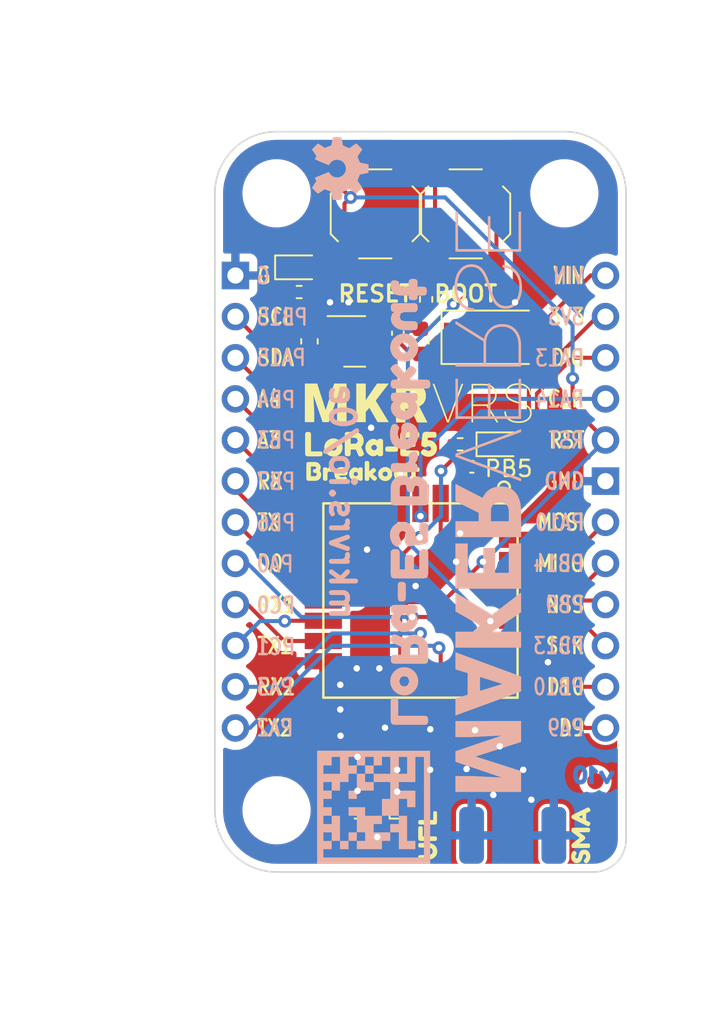
<source format=kicad_pcb>
(kicad_pcb (version 20211014) (generator pcbnew)
  (layers (0 "F.Cu" signal) (31 "B.Cu" signal) (34 "B.Paste" user) (35 "F.Paste" user) (36 "B.SilkS" user "B.Silkscreen") (37 "F.SilkS" user "F.Silkscreen") (38 "B.Mask" user) (39 "F.Mask" user) (44 "Edge.Cuts" user))
  (net 0 "")
  (net 1 "/RF")
  (net 2 "GND")
  (net 3 "Net-(C1-Pad1)")
  (net 4 "+3V3")
  (net 5 "Net-(D1-Pad2)")
  (net 6 "Net-(D2-Pad1)")
  (net 7 "+5V")
  (net 8 "/PB15{slash}SCL")
  (net 9 "/PA15{slash}SDA")
  (net 10 "/PB4{slash}A4")
  (net 11 "/PB3{slash}A3")
  (net 12 "/PB7{slash}RX")
  (net 13 "/PB6{slash}TX")
  (net 14 "/PA0{slash}D0")
  (net 15 "/PC0{slash}RX1")
  (net 16 "/PC1{slash}TX1")
  (net 17 "/PA3{slash}RX2")
  (net 18 "/PA2{slash}TX2")
  (net 19 "/PB5{slash}LED")
  (net 20 "Net-(R3-Pad1)")
  (net 21 "/PB13{slash}BOOT{slash}SCK")
  (net 22 "/~{RST}")
  (net 23 "/PA14{slash}SWCLK")
  (net 24 "/PA13{slash}SWDIO")
  (net 25 "/PB10{slash}D10")
  (net 26 "/PA9{slash}D9")
  (net 27 "/PB9")
  (net 28 "/PB14{slash}MISO")
  (net 29 "/PA10{slash}MOSI")
  (net 31 "/RF_UFL")
  (net 32 "/RF_SMA")
  (footprint "Resistor_SMD:R_0402_1005Metric" (layer "F.Cu") (at 128.625 82.558 -90)
    (fp_text reference "R3" hide)
    (fp_text value "4k7")
    (pad "1" smd roundrect (at -0.51 0 270) (size 0.54 0.64) (layers "F.Cu" "F.Paste" "F.Mask") (net 20 "Net-(R3-Pad1)"))
    (pad "2" smd roundrect (at 0.51 0 270) (size 0.54 0.64) (layers "F.Cu" "F.Paste" "F.Mask") (net 2 "GND"))
  )
  (footprint "LED_SMD:LED_0603_1608Metric" (layer "F.Cu") (at 133.225 91.508)
    (fp_text reference "D2" hide)
    (fp_text value "LED")
    (pad "1" smd roundrect (at -0.7875 0) (size 0.875 0.95) (layers "F.Cu" "F.Paste" "F.Mask") (net 6 "Net-(D2-Pad1)"))
    (pad "2" smd roundrect (at 0.7875 0) (size 0.875 0.95) (layers "F.Cu" "F.Paste" "F.Mask") (net 4 "+3V3"))
  )
  (footprint "CoreElectronics_Components:Jumper_Resistor_SPDT_0603_1608Metric" (layer "F.Cu") (at 125.6 111.108 -90)
    (fp_text reference "R4" hide)
    (fp_text value "0R")
    (pad "1" smd roundrect (at 0.825 0 270) (size 0.8 0.95) (layers "F.Cu" "F.Paste" "F.Mask") (net 31 "/RF_UFL"))
    (pad "2" smd roundrect (at -0.825 0 270) (size 0.95 0.95) (layers "F.Cu" "F.Paste" "F.Mask") (net 1 "/RF"))
    (pad "3" smd roundrect (at -0.825 -1.65) (size 0.8 0.95) (layers "F.Cu" "F.Paste" "F.Mask") (net 32 "/RF_SMA"))
  )
  (footprint "Resistor_SMD:R_0402_1005Metric" (layer "F.Cu") (at 120.782 82.104 180)
    (fp_text reference "R1" hide)
    (fp_text value "10k")
    (pad "1" smd roundrect (at -0.51 0 180) (size 0.54 0.64) (layers "F.Cu" "F.Paste" "F.Mask") (net 5 "Net-(D1-Pad2)"))
    (pad "2" smd roundrect (at 0.51 0 180) (size 0.54 0.64) (layers "F.Cu" "F.Paste" "F.Mask") (net 4 "+3V3"))
  )
  (footprint "Fiducial:Fiducial_1mm_Mask2mm" (layer "F.Cu") (at 139.075 112.308)
    (fp_text reference "FID1" hide)
    (fp_text value "Fiducial")
    (pad "" smd circle (at 0 0) (size 1 1) (layers "F.Cu" "F.Mask") (clearance 0.5))
  )
  (footprint "Package_TO_SOT_SMD:SOT-23" (layer "F.Cu") (at 124.211 85.152)
    (fp_text reference "U2" hide)
    (fp_text value "3V3 LDO - SOT23")
    (pad "1" smd roundrect (at -0.9375 -0.95) (size 1.475 0.6) (layers "F.Cu" "F.Paste" "F.Mask") (net 2 "GND"))
    (pad "2" smd roundrect (at -0.9375 0.95) (size 1.475 0.6) (layers "F.Cu" "F.Paste" "F.Mask") (net 4 "+3V3"))
    (pad "3" smd roundrect (at 0.9375 0) (size 1.475 0.6) (layers "F.Cu" "F.Paste" "F.Mask") (net 3 "Net-(C1-Pad1)"))
  )
  (footprint "Capacitor_SMD:C_0402_1005Metric" (layer "F.Cu") (at 126.878 84.644 90)
    (fp_text reference "C2" hide)
    (fp_text value "100n")
    (pad "1" smd roundrect (at -0.48 0 90) (size 0.56 0.62) (layers "F.Cu" "F.Paste" "F.Mask") (net 3 "Net-(C1-Pad1)"))
    (pad "2" smd roundrect (at 0.48 0 90) (size 0.56 0.62) (layers "F.Cu" "F.Paste" "F.Mask") (net 2 "GND"))
  )
  (footprint "MountingHole:MountingHole_3.2mm_M3" (layer "F.Cu") (at 119.385 114.108)
    (fp_text reference "H3" hide)
    (fp_text value "MountingHole")
    (pad "" np_thru_hole circle (at 0 0) (size 3.2 3.2) (drill 3.2) (layers *.Cu *.Mask))
  )
  (footprint "kibuzzard-639FDA33" (layer "F.Cu") (at 138.175 115.658 90)
    (fp_text reference "kibuzzard-639FDA33" hide)
    (fp_text value "G***" hide)
  )
  (footprint "MountingHole:MountingHole_3.2mm_M3" (layer "F.Cu") (at 119.385 76.008)
    (fp_text reference "H4" hide)
    (fp_text value "MountingHole")
    (pad "" np_thru_hole circle (at 0 0) (size 3.2 3.2) (drill 3.2) (layers *.Cu *.Mask))
  )
  (footprint "Capacitor_SMD:C_0603_1608Metric" (layer "F.Cu") (at 121.417 85.152 90)
    (fp_text reference "C3" hide)
    (fp_text value "10u")
    (pad "1" smd roundrect (at -0.775 0 90) (size 0.9 0.95) (layers "F.Cu" "F.Paste" "F.Mask") (net 4 "+3V3"))
    (pad "2" smd roundrect (at 0.775 0 90) (size 0.9 0.95) (layers "F.Cu" "F.Paste" "F.Mask") (net 2 "GND"))
  )
  (footprint "LoRa-E5:LoRa-E5" (layer "F.Cu") (at 128.275 101.154 -90)
    (fp_text reference "U1" hide)
    (fp_text value "LoRa-E5")
    (pad "1" smd rect locked (at -6 -3.75) (size 1 2.3) (layers "F.Cu" "F.Paste" "F.Mask") (net 4 "+3V3"))
    (pad "2" smd rect locked (at -6 -2.5) (size 1 2.3) (layers "F.Cu" "F.Paste" "F.Mask") (net 2 "GND"))
    (pad "3" smd rect locked (at -6 -1.25) (size 1 2.3) (layers "F.Cu" "F.Paste" "F.Mask") (net 24 "/PA13{slash}SWDIO"))
    (pad "4" smd rect locked (at -6 0) (size 1 2.3) (layers "F.Cu" "F.Paste" "F.Mask") (net 23 "/PA14{slash}SWCLK"))
    (pad "5" smd rect locked (at -6 1.25) (size 1 2.3) (layers "F.Cu" "F.Paste" "F.Mask") (net 8 "/PB15{slash}SCL"))
    (pad "6" smd rect locked (at -6 2.5) (size 1 2.3) (layers "F.Cu" "F.Paste" "F.Mask") (net 9 "/PA15{slash}SDA"))
    (pad "7" smd rect locked (at -6 3.75) (size 1 2.3) (layers "F.Cu" "F.Paste" "F.Mask") (net 10 "/PB4{slash}A4"))
    (pad "8" smd rect locked (at -3.75 6 90) (size 1 2.3) (layers "F.Cu" "F.Paste" "F.Mask") (net 11 "/PB3{slash}A3"))
    (pad "9" smd rect locked (at -2.5 6 90) (size 1 2.3) (layers "F.Cu" "F.Paste" "F.Mask") (net 12 "/PB7{slash}RX"))
    (pad "10" smd rect locked (at -1.25 6 90) (size 1 2.3) (layers "F.Cu" "F.Paste" "F.Mask") (net 13 "/PB6{slash}TX"))
    (pad "11" smd rect locked (at 0 6 90) (size 1 2.3) (layers "F.Cu" "F.Paste" "F.Mask") (net 19 "/PB5{slash}LED"))
    (pad "12" smd rect locked (at 1.25 6 90) (size 1 2.3) (layers "F.Cu" "F.Paste" "F.Mask") (net 16 "/PC1{slash}TX1"))
    (pad "13" smd rect locked (at 2.5 6 90) (size 1 2.3) (layers "F.Cu" "F.Paste" "F.Mask") (net 15 "/PC0{slash}RX1"))
    (pad "14" smd rect locked (at 3.75 6 90) (size 1 2.3) (layers "F.Cu" "F.Paste" "F.Mask") (net 2 "GND"))
    (pad "15" smd rect locked (at 6 3.75 180) (size 1 2.3) (layers "F.Cu" "F.Paste" "F.Mask") (net 1 "/RF") (clearance 0.2) (thermal_gap 0.2))
    (pad "16" smd rect locked (at 6 2.5 180) (size 1 2.3) (layers "F.Cu" "F.Paste" "F.Mask") (net 2 "GND") (thermal_gap 0.2))
    (pad "17" smd rect locked (at 6 1.25 180) (size 1 2.3) (layers "F.Cu" "F.Paste" "F.Mask") (net 22 "/~{RST}"))
    (pad "18" smd rect locked (at 6 0 180) (size 1 2.3) (layers "F.Cu" "F.Paste" "F.Mask") (net 17 "/PA3{slash}RX2"))
    (pad "19" smd rect locked (at 6 -1.25 180) (size 1 2.3) (layers "F.Cu" "F.Paste" "F.Mask") (net 18 "/PA2{slash}TX2"))
    (pad "20" smd rect locked (at 6 -2.5 180) (size 1 2.3) (layers "F.Cu" "F.Paste" "F.Mask") (net 25 "/PB10{slash}D10"))
    (pad "21" smd rect locked (at 6 -3.75 180) (size 1 2.3) (layers "F.Cu" "F.Paste" "F.Mask") (net 26 "/PA9{slash}D9"))
    (pad "22" smd rect locked (at 3.75 -6 270) (size 1 2.3) (layers "F.Cu" "F.Paste" "F.Mask") (net 2 "GND"))
    (pad "23" smd rect locked (at 2.5 -6 270) (size 1 2.3) (layers "F.Cu" "F.Paste" "F.Mask") (net 14 "/PA0{slash}D0"))
    (pad "24" smd rect locked (at 1.25 -6 270) (size 1 2.3) (layers "F.Cu" "F.Paste" "F.Mask") (net 21 "/PB13{slash}BOOT{slash}SCK"))
    (pad "25" smd rect locked (at 0 -6 270) (size 1 2.3) (layers "F.Cu" "F.Paste" "F.Mask") (net 27 "/PB9"))
    (pad "26" smd rect locked (at -1.25 -6 270) (size 1 2.3) (layers "F.Cu" "F.Paste" "F.Mask") (net 28 "/PB14{slash}MISO"))
    (pad "27" smd rect locked (at -2.5 -6 270) (size 1 2.3) (layers "F.Cu" "F.Paste" "F.Mask") (net 29 "/PA10{slash}MOSI"))
    (pad "28" smd rect locked (at -3.75 -6 270) (size 1 2.3) (layers "F.Cu" "F.Paste" "F.Mask"))
  )
  (footprint "kibuzzard-635B4E81" (layer "F.Cu") (at 125.225 91.508)
    (fp_text reference "kibuzzard-635B4E81" hide)
    (fp_text value "G***" hide)
  )
  (footprint "MountingHole:MountingHole_3.2mm_M3" (layer "F.Cu") (at 137.165 76.008)
    (fp_text reference "H1" hide)
    (fp_text value "MountingHole")
    (pad "" np_thru_hole circle (at 0 0) (size 3.2 3.2) (drill 3.2) (layers *.Cu *.Mask))
  )
  (footprint "Connector_Coaxial:U.FL_Hirose_U.FL-R-SMT-1_Vertical" (layer "F.Cu") (at 125.608 115.505 -90)
    (fp_text reference "AE1" hide)
    (fp_text value "UFL")
    (pad "1" smd rect (at -1.05 0 270) (size 1.05 1) (layers "F.Cu" "F.Paste" "F.Mask") (net 31 "/RF_UFL") (thermal_gap 0.2))
    (pad "2" smd rect (at 0.475 1.475 270) (size 2.2 1.05) (layers "F.Cu" "F.Paste" "F.Mask") (net 2 "GND") (thermal_gap 0.2))
    (pad "2" smd rect (at 0.475 -1.475 270) (size 2.2 1.05) (layers "F.Cu" "F.Paste" "F.Mask") (net 2 "GND") (thermal_gap 0.2))
  )
  (footprint "Resistor_SMD:R_0402_1005Metric" (layer "F.Cu") (at 130.725 91.508 180)
    (fp_text reference "R2" hide)
    (fp_text value "10k")
    (pad "1" smd roundrect (at -0.51 0 180) (size 0.54 0.64) (layers "F.Cu" "F.Paste" "F.Mask") (net 6 "Net-(D2-Pad1)"))
    (pad "2" smd roundrect (at 0.51 0 180) (size 0.54 0.64) (layers "F.Cu" "F.Paste" "F.Mask") (net 19 "/PB5{slash}LED"))
  )
  (footprint "Button_Switch_SMD:SW_SPST_TL3342" (layer "F.Cu") (at 125.481 77.278 90)
    (fp_text reference "SW2" hide)
    (fp_text value "RESET")
    (pad "1" smd rect (at -3.15 -1.9 90) (size 1.7 1) (layers "F.Cu" "F.Paste" "F.Mask") (net 22 "/~{RST}"))
    (pad "1" smd rect (at 3.15 -1.9 90) (size 1.7 1) (layers "F.Cu" "F.Paste" "F.Mask") (net 22 "/~{RST}"))
    (pad "2" smd rect (at 3.15 1.9 90) (size 1.7 1) (layers "F.Cu" "F.Paste" "F.Mask") (net 2 "GND"))
    (pad "2" smd rect (at -3.15 1.9 90) (size 1.7 1) (layers "F.Cu" "F.Paste" "F.Mask") (net 2 "GND"))
  )
  (footprint "kibuzzard-639FDA51" (layer "F.Cu") (at 128.725 115.658 90)
    (fp_text reference "kibuzzard-639FDA51" hide)
    (fp_text value "G***" hide)
  )
  (footprint "Capacitor_SMD:C_0603_1608Metric" (layer "F.Cu") (at 128.275 85.152 90)
    (fp_text reference "C1" hide)
    (fp_text value "10u")
    (pad "1" smd roundrect (at -0.775 0 90) (size 0.9 0.95) (layers "F.Cu" "F.Paste" "F.Mask") (net 3 "Net-(C1-Pad1)"))
    (pad "2" smd roundrect (at 0.775 0 90) (size 0.9 0.95) (layers "F.Cu" "F.Paste" "F.Mask") (net 2 "GND"))
  )
  (footprint "Button_Switch_SMD:SW_SPST_TL3342" (layer "F.Cu") (at 131.069 77.278 -90)
    (fp_text reference "SW1" hide)
    (fp_text value "BOOT")
    (pad "1" smd rect (at -3.15 -1.9 270) (size 1.7 1) (layers "F.Cu" "F.Paste" "F.Mask") (net 21 "/PB13{slash}BOOT{slash}SCK"))
    (pad "1" smd rect (at 3.15 -1.9 270) (size 1.7 1) (layers "F.Cu" "F.Paste" "F.Mask") (net 21 "/PB13{slash}BOOT{slash}SCK"))
    (pad "2" smd rect (at 3.15 1.9 270) (size 1.7 1) (layers "F.Cu" "F.Paste" "F.Mask") (net 20 "Net-(R3-Pad1)"))
    (pad "2" smd rect (at -3.15 1.9 270) (size 1.7 1) (layers "F.Cu" "F.Paste" "F.Mask") (net 20 "Net-(R3-Pad1)"))
  )
  (footprint "Fiducial:Fiducial_1mm_Mask2mm" (layer "F.Cu") (at 125.735 78.04)
    (fp_text reference "FID2" hide)
    (fp_text value "Fiducial")
    (pad "" smd circle (at 0 0) (size 1 1) (layers "F.Cu" "F.Mask") (clearance 0.5))
  )
  (footprint "CoreElectronics_Artwork:makerverse_logo_short_14.0x2.4mm" (layer "F.Cu") (at 128.140309 88.962)
    (fp_text reference "G1" hide)
    (fp_text value "LOGO_Makerverse" hide)
  )
  (footprint "Capacitor_SMD:C_0402_1005Metric" (layer "F.Cu") (at 131.45 92.899 180)
    (fp_text reference "C4" hide)
    (fp_text value "100n")
    (pad "1" smd roundrect (at -0.48 0 180) (size 0.56 0.62) (layers "F.Cu" "F.Paste" "F.Mask") (net 4 "+3V3"))
    (pad "2" smd roundrect (at 0.48 0 180) (size 0.56 0.62) (layers "F.Cu" "F.Paste" "F.Mask") (net 2 "GND"))
  )
  (footprint "kibuzzard-635B4E71" (layer "F.Cu") (at 124.725 93.159)
    (fp_text reference "kibuzzard-635B4E71" hide)
    (fp_text value "G***" hide)
  )
  (footprint "Diode_SMD:D_SMA" (layer "F.Cu") (at 132.974 84.898)
    (fp_text reference "D3" hide)
    (fp_text value "D_Schottky")
    (pad "1" smd rect (at -2 0) (size 2.5 1.8) (layers "F.Cu" "F.Paste" "F.Mask") (net 3 "Net-(C1-Pad1)"))
    (pad "2" smd rect (at 2 0) (size 2.5 1.8) (layers "F.Cu" "F.Paste" "F.Mask") (net 7 "+5V"))
  )
  (footprint "LED_SMD:LED_0603_1608Metric" (layer "F.Cu") (at 120.782 80.58)
    (fp_text reference "D1" hide)
    (fp_text value "PWR")
    (pad "1" smd roundrect (at -0.7875 0) (size 0.875 0.95) (layers "F.Cu" "F.Paste" "F.Mask") (net 2 "GND"))
    (pad "2" smd roundrect (at 0.7875 0) (size 0.875 0.95) (layers "F.Cu" "F.Paste" "F.Mask") (net 5 "Net-(D1-Pad2)"))
  )
  (footprint "CoreElectronics_Components:Conn_RF_SMA_EdgeMount" (layer "F.Cu") (at 133.975 115.658 90)
    (fp_text reference "AE2" hide)
    (fp_text value "SMA")
    (pad "1" smd roundrect (at 0 0 90) (size 3.5 1.524) (layers "F.Cu" "F.Mask") (net 32 "/RF_SMA"))
    (pad "2" smd roundrect (at 0 -2.54 90) (size 3.5 1.524) (layers "F.Cu" "F.Mask") (net 2 "GND"))
    (pad "2" smd roundrect (at 0 2.54 90) (size 3.5 1.524) (layers "B.Cu" "B.Mask") (net 2 "GND"))
    (pad "2" smd roundrect (at 0 -2.54 90) (size 3.5 1.524) (layers "B.Cu" "B.Mask") (net 2 "GND"))
    (pad "2" smd roundrect (at 0 2.54 90) (size 3.5 1.524) (layers "F.Cu" "F.Mask") (net 2 "GND"))
  )
  (footprint "kibuzzard-635A0587" (layer "B.Cu") (at 127.64 95.058 90)
    (fp_text reference "kibuzzard-635A0587" hide)
    (fp_text value "G***" hide)
  )
  (footprint "Connector_PinHeader_2.54mm:PinHeader_1x12_P2.54mm_Vertical" (layer "B.Cu") (at 139.705 81.083 180)
    (fp_text reference "J2" hide)
    (fp_text value "Conn_01x12_Male")
    (pad "1" thru_hole circle (at 0 0 180) (size 1.7 1.7) (drill 1) (layers *.Cu *.Mask) (net 7 "+5V"))
    (pad "2" thru_hole oval (at 0 -2.54 180) (size 1.7 1.7) (drill 1) (layers *.Cu *.Mask) (net 4 "+3V3"))
    (pad "3" thru_hole oval (at 0 -5.08 180) (size 1.7 1.7) (drill 1) (layers *.Cu *.Mask) (net 24 "/PA13{slash}SWDIO"))
    (pad "4" thru_hole oval (at 0 -7.62 180) (size 1.7 1.7) (drill 1) (layers *.Cu *.Mask) (net 23 "/PA14{slash}SWCLK"))
    (pad "5" thru_hole oval (at 0 -10.16 180) (size 1.7 1.7) (drill 1) (layers *.Cu *.Mask) (net 22 "/~{RST}"))
    (pad "6" thru_hole rect (at 0 -12.7 180) (size 1.7 1.7) (drill 1) (layers *.Cu *.Mask) (net 2 "GND"))
    (pad "7" thru_hole oval (at 0 -15.24 180) (size 1.7 1.7) (drill 1) (layers *.Cu *.Mask) (net 29 "/PA10{slash}MOSI"))
    (pad "8" thru_hole oval (at 0 -17.78 180) (size 1.7 1.7) (drill 1) (layers *.Cu *.Mask) (net 28 "/PB14{slash}MISO"))
    (pad "9" thru_hole oval (at 0 -20.32 180) (size 1.7 1.7) (drill 1) (layers *.Cu *.Mask) (net 27 "/PB9"))
    (pad "10" thru_hole oval (at 0 -22.86 180) (size 1.7 1.7) (drill 1) (layers *.Cu *.Mask) (net 21 "/PB13{slash}BOOT{slash}SCK"))
    (pad "11" thru_hole oval (at 0 -25.4 180) (size 1.7 1.7) (drill 1) (layers *.Cu *.Mask) (net 25 "/PB10{slash}D10"))
    (pad "12" thru_hole oval (at 0 -27.94 180) (size 1.7 1.7) (drill 1) (layers *.Cu *.Mask) (net 26 "/PA9{slash}D9"))
  )
  (footprint "kibuzzard-63AE194F" (layer "B.Cu") (at 138.985 111.918 180)
    (fp_text reference "kibuzzard-63AE194F" hide)
    (fp_text value "G***" hide)
    (fp_poly (pts (xy 0.054769 0.544513) (xy 0.144463 0.585787) (xy 0.219869 0.57785) (xy 0.261144 0.559594) (xy 0.283369 0.525463) (xy 0.291306 0.441325) (xy 0.291306 -0.442913) (xy 0.288925 -0.497681) (xy 0.273844 -0.53975) (xy 0.231775 -0.571897) (xy 0.150019 -0.582613) (xy 0.070247 -0.572294) (xy 0.027781 -0.541338) (xy 0.0127 -0.497681) (xy 0.010319 -0.439738) (xy 0.010319 0.127) (xy -0.010319 0.10795) (xy -0.121444 0.058737) (xy -0.217488 0.1143) (xy -0.267494 0.212725) (xy -0.210344 0.306387) (xy 0.050006 0.541337) (xy 0.054769 0.544513)) (layer "B.Cu") (width 0) (fill solid))
    (fp_poly (pts (xy -0.397669 0.238125) (xy -0.335756 0.187325) (xy -0.315119 0.13335) (xy -0.346869 0.046037) (xy -0.675481 -0.517525) (xy -0.726281 -0.565944) (xy -0.795338 -0.587375) (xy -0.860425 -0.570706) (xy -0.904081 -0.536575) (xy -0.918369 -0.519113) (xy -1.248569 0.046037) (xy -1.280319 0.131762) (xy -1.259681 0.186928) (xy -1.197769 0.238125) (xy -1.102519 0.27305) (xy -1.04775 0.251619) (xy -1.005681 0.187325) (xy -0.797719 -0.212725) (xy -0.589756 0.187325) (xy -0.563563 0.230981) (xy -0.535781 0.257969) (xy -0.484981 0.271462) (xy -0.397669 0.238125)) (layer "B.Cu") (width 0) (fill solid))
    (fp_poly (pts (xy 1.232694 0.303212) (xy 1.259152 0.206022) (xy 1.275027 0.104951) (xy 1.280319 0) (xy 1.27258 -0.136227) (xy 1.249363 -0.257572) (xy 1.210667 -0.364034) (xy 1.156494 -0.455613) (xy 1.101527 -0.513556) (xy 1.0287 -0.560388) (xy 0.940395 -0.591344) (xy 0.838994 -0.601663) (xy 0.835819 -0.601334) (xy 0.835819 -0.319088) (xy 0.907355 -0.299641) (xy 0.958453 -0.2413) (xy 0.989112 -0.144066) (xy 0.999331 -0.007938) (xy 0.999331 0.001587) (xy 0.989211 0.141188) (xy 0.95885 0.240903) (xy 0.908248 0.300732) (xy 0.837406 0.320675) (xy 0.766564 0.300682) (xy 0.715962 0.240705) (xy 0.685602 0.140742) (xy 0.675481 0.000794) (xy 0.685502 -0.139154) (xy 0.715566 -0.239117) (xy 0.765671 -0.299095) (xy 0.835819 -0.319088) (xy 0.835819 -0.601334) (xy 0.737195 -0.591145) (xy 0.6477 -0.559594) (xy 0.573484 -0.512564) (xy 0.517525 -0.455613) (xy 0.474861 -0.387747) (xy 0.440531 -0.307975) (xy 0.414955 -0.212901) (xy 0.399609 -0.109714) (xy 0.394494 0.001587) (xy 0.398639 0.102306) (xy 0.411074 0.192793) (xy 0.4318 0.27305) (xy 0.471289 0.373658) (xy 0.515144 0.450056) (xy 0.570508 0.509191) (xy 0.644525 0.558006) (xy 0.734417 0.590748) (xy 0.837406 0.601663) (xy 0.939998 0.590947) (xy 1.0287 0.5588) (xy 1.101725 0.510778) (xy 1.157288 0.452437) (xy 1.199555 0.383381) (xy 1.232694 0.303212)) (layer "B.Cu") (width 0) (fill solid))
  )
  (footprint "CoreElectronics_Artwork:makerverse_logo_35.8x4.2mm" (layer "B.Cu") (at 132.466 95.058063 90)
    (fp_text reference "G2" hide)
    (fp_text value "LOGO_CoreElectronics_made-with-love" hide)
  )
  (footprint "datamatrix:CE09196" (layer "B.Cu") (at 125.385 113.918 180)
    (fp_text reference "G***" hide)
    (fp_text value "LOGO" hide)
  )
  (footprint "Connector_PinHeader_2.54mm:PinHeader_1x12_P2.54mm_Vertical" (layer "B.Cu") (at 116.845 81.083 180)
    (fp_text reference "J1" hide)
    (fp_text value "Conn_01x12_Male")
    (pad "1" thru_hole rect (at 0 0 180) (size 1.7 1.7) (drill 1) (layers *.Cu *.Mask) (net 2 "GND"))
    (pad "2" thru_hole oval (at 0 -2.54 180) (size 1.7 1.7) (drill 1) (layers *.Cu *.Mask) (net 8 "/PB15{slash}SCL"))
    (pad "3" thru_hole oval (at 0 -5.08 180) (size 1.7 1.7) (drill 1) (layers *.Cu *.Mask) (net 9 "/PA15{slash}SDA"))
    (pad "4" thru_hole oval (at 0 -7.62 180) (size 1.7 1.7) (drill 1) (layers *.Cu *.Mask) (net 10 "/PB4{slash}A4"))
    (pad "5" thru_hole oval (at 0 -10.16 180) (size 1.7 1.7) (drill 1) (layers *.Cu *.Mask) (net 11 "/PB3{slash}A3"))
    (pad "6" thru_hole oval (at 0 -12.7 180) (size 1.7 1.7) (drill 1) (layers *.Cu *.Mask) (net 12 "/PB7{slash}RX"))
    (pad "7" thru_hole oval (at 0 -15.24 180) (size 1.7 1.7) (drill 1) (layers *.Cu *.Mask) (net 13 "/PB6{slash}TX"))
    (pad "8" thru_hole oval (at 0 -17.78 180) (size 1.7 1.7) (drill 1) (layers *.Cu *.Mask) (net 14 "/PA0{slash}D0"))
    (pad "9" thru_hole oval (at 0 -20.32 180) (size 1.7 1.7) (drill 1) (layers *.Cu *.Mask) (net 15 "/PC0{slash}RX1"))
    (pad "10" thru_hole oval (at 0 -22.86 180) (size 1.7 1.7) (drill 1) (layers *.Cu *.Mask) (net 16 "/PC1{slash}TX1"))
    (pad "11" thru_hole oval (at 0 -25.4 180) (size 1.7 1.7) (drill 1) (layers *.Cu *.Mask) (net 17 "/PA3{slash}RX2"))
    (pad "12" thru_hole oval (at 0 -27.94 180) (size 1.7 1.7) (drill 1) (layers *.Cu *.Mask) (net 18 "/PA2{slash}TX2"))
  )
  (footprint "CoreElectronics_Artwork:oshw_3.9x3.5mm" (layer "B.Cu") (at 123.322 74.484 90)
    (fp_text reference "LOGO1" hide)
    (fp_text value "Logo_Open_Hardware_Small" hide)
  )
  (gr_line (start 115.575 76.008) (end 115.575 114.108) (layer "Edge.Cuts") (width 0.1))
  (gr_arc (start 119.385 117.918) (mid 116.690923 116.802077) (end 115.575 114.108) (layer "Edge.Cuts") (width 0.1))
  (gr_arc (start 115.575 76.008) (mid 116.690923 73.313923) (end 119.385 72.198) (layer "Edge.Cuts") (width 0.1))
  (gr_arc (start 140.975 115.918) (mid 140.389214 117.332214) (end 138.975 117.918) (layer "Edge.Cuts") (width 0.1))
  (gr_line (start 137.165 72.198) (end 119.385 72.198) (layer "Edge.Cuts") (width 0.1))
  (gr_line (start 140.975 115.918) (end 140.975 76.008) (layer "Edge.Cuts") (width 0.1))
  (gr_line (start 119.385 117.918) (end 138.975 117.918) (layer "Edge.Cuts") (width 0.1))
  (gr_arc (start 137.165 72.198) (mid 139.859077 73.313923) (end 140.975 76.008) (layer "Edge.Cuts") (width 0.1))
  (gr_text "PC0" (at 120.626905 101.458) (layer "B.SilkS") (effects (font (size 1 0.8)) (justify left mirror)))
  (gr_text "GND" (at 138.47181 93.797095) (layer "B.SilkS") (effects (font (size 1 0.8)) (justify left mirror)))
  (gr_text "PB9" (at 138.47181 101.410552) (layer "B.SilkS") (effects (font (size 1 0.8)) (justify left mirror)))
  (gr_text "PA3" (at 120.512619 106.508) (layer "B.SilkS") (effects (font (size 1 0.8)) (justify left mirror)))
  (gr_text "PB13" (at 138.47181 103.948371) (layer "B.SilkS") (effects (font (size 1 0.8)) (justify left mirror)))
  (gr_text "PB15" (at 121.38881 83.658) (layer "B.SilkS") (effects (font (size 1 0.8)) (justify left mirror)))
  (gr_text "3V3" (at 138.47181 83.645819) (layer "B.SilkS") (effects (font (size 1 0.8)) (justify left mirror)))
  (gr_text "PB4" (at 120.626905 88.758) (layer "B.SilkS") (effects (font (size 1 0.8)) (justify left mirror)))
  (gr_text "PA10" (at 138.47181 96.334914) (layer "B.SilkS") (effects (font (size 1 0.8)) (justify left mirror)))
  (gr_text "VIN" (at 138.475 81.108) (layer "B.SilkS") (effects (font (size 1 0.8)) (justify left mirror)))
  (gr_text "PA14" (at 138.47181 88.721457) (layer "B.SilkS") (effects (font (size 1 0.8)) (justify left mirror)))
  (gr_text "PC1" (at 120.626905 104.008) (layer "B.SilkS") (effects (font (size 1 0.8)) (justify left mirror)))
  (gr_text "PA2" (at 120.512619 109.024012) (layer "B.SilkS") (effects (font (size 1 0.8)) (justify left mirror)))
  (gr_text "PB6" (at 120.626905 96.358) (layer "B.SilkS") (effects (font (size 1 0.8)) (justify left mirror)))
  (gr_text "G" (at 119.065 81.108) (layer "B.SilkS") (effects (font (size 1 0.8)) (justify left mirror)))
  (gr_text "PB10" (at 138.47181 106.48619) (layer "B.SilkS") (effects (font (size 1 0.8)) (justify left mirror)))
  (gr_text "PB14" (at 138.47181 98.872733) (layer "B.SilkS") (effects (font (size 1 0.8)) (justify left mirror)))
  (gr_text "PA13" (at 138.47181 86.183638) (layer "B.SilkS") (effects (font (size 1 0.8)) (justify left mirror)))
  (gr_text "PA15" (at 121.274524 86.158) (layer "B.SilkS") (effects (font (size 1 0.8)) (justify left mirror)))
  (gr_text "PB7" (at 120.626905 93.808) (layer "B.SilkS") (effects (font (size 1 0.8)) (justify left mirror)))
  (gr_text "PA9" (at 138.47181 109.024012) (layer "B.SilkS") (effects (font (size 1 0.8)) (justify left mirror)))
  (gr_text "mkrvrs.io/0e" (at 123.449 95.058 270) (layer "B.SilkS") (effects (font (size 1.5 1.5) (thickness 0.3)) (justify mirror)))
  (gr_text "PB3" (at 120.626905 91.258) (layer "B.SilkS") (effects (font (size 1 0.8)) (justify left mirror)))
  (gr_text "PA0" (at 120.512619 98.908) (layer "B.SilkS") (effects (font (size 1 0.8)) (justify left mirror)))
  (gr_text "RST" (at 138.47181 91.259276) (layer "B.SilkS") (effects (font (size 1 0.8)) (justify left mirror)))
  (gr_text "MOSI" (at 136.949191 96.328) (layer "F.SilkS") (effects (font (size 1 0.8))))
  (gr_text "TX1" (at 118.115 103.948) (layer "F.SilkS") (effects (font (size 1 0.8)) (justify left)))
  (gr_text "D10" (at 137.234905 106.488) (layer "F.SilkS") (effects (font (size 1 0.8))))
  (gr_text "CLK" (at 137.273 88.708) (layer "F.SilkS") (effects (font (size 1 0.8))))
  (gr_text "SCK" (at 137.215857 103.948) (layer "F.SilkS") (effects (font (size 1 0.8))))
  (gr_text "SCL" (at 118.115 83.628) (layer "F.SilkS") (effects (font (size 1 0.8)) (justify left)))
  (gr_text "A4" (at 118.109598 88.706596) (layer "F.SilkS") (effects (font (size 1 0.8)) (justify left)))
  (gr_text "GND" (at 137.177762 93.788) (layer "F.SilkS") (effects (font (size 1 0.8))))
  (gr_text "TX" (at 118.115 96.328) (layer "F.SilkS") (effects (font (size 1 0.8)) (justify left)))
  (gr_text "RESET" (at 125.481 82.208) (layer "F.SilkS") (effects (font (size 1 1) (thickness 0.2))))
  (gr_text "RX1" (at 118.115 101.408) (layer "F.SilkS") (effects (font (size 1 0.8)) (justify left)))
  (gr_text "PB5" (at 133.725 93.008) (layer "F.SilkS") (effects (font (size 1 1))))
  (gr_text "D0" (at 118.109598 98.862852) (layer "F.SilkS") (effects (font (size 1 0.8)) (justify left)))
  (gr_text "RX2" (at 118.115 106.488) (layer "F.SilkS") (effects (font (size 1 0.8)) (justify left)))
  (gr_text "3V3" (at 137.292048 83.628) (layer "F.SilkS") (effects (font (size 1 0.8))))
  (gr_text "DIO" (at 137.387286 86.168) (layer "F.SilkS") (effects (font (size 1 0.8))))
  (gr_text "G" (at 118.115 81.088) (layer "F.SilkS") (effects (font (size 1 0.8)) (justify left)))
  (gr_text "VIN" (at 137.444429 81.088) (layer "F.SilkS") (effects (font (size 1 0.8))))
  (gr_text "D9" (at 137.615857 109.024012) (layer "F.SilkS") (effects (font (size 1 0.8))))
  (gr_text "NSS" (at 137.215857 101.408) (layer "F.SilkS") (effects (font (size 1 0.8))))
  (gr_text "SDA" (at 118.115 86.168) (layer "F.SilkS") (effects (font (size 1 0.8)) (justify left)))
  (gr_text "MISO" (at 136.949191 98.868) (layer "F.SilkS") (effects (font (size 1 0.8))))
  (gr_text "A3" (at 118.115 91.248) (layer "F.SilkS") (effects (font (size 1 0.8)) (justify left)))
  (gr_text "RX" (at 118.109598 93.784724) (layer "F.SilkS") (effects (font (size 1 0.8)) (justify left)))
  (gr_text "TX2" (at 118.115 109.028) (layer "F.SilkS") (effects (font (size 1 0.8)) (justify left)))
  (gr_text "RST" (at 137.311095 91.248) (layer "F.SilkS") (effects (font (size 1 0.8))))
  (gr_text "BOOT" (at 131.069 82.208) (layer "F.SilkS") (effects (font (size 1 1) (thickness 0.2))))
  (segment (start 124.525 109.208) (end 124.525 107.154) (width 1.045) (layer "F.Cu") (net 1))
  (segment (start 125.6 110.283) (end 124.525 109.208) (width 1.045) (layer "F.Cu") (net 1))
  (segment (start 123.0985 84.377) (end 123.2735 84.202) (width 0.25) (layer "F.Cu") (net 2))
  (segment (start 123.3115 84.164) (end 123.2735 84.202) (width 0.25) (layer "F.Cu") (net 2))
  (segment (start 130.775 96.958) (end 130.725 97.008) (width 0.25) (layer "F.Cu") (net 2))
  (segment (start 128.062 84.164) (end 126.878 84.164) (width 0.25) (layer "F.Cu") (net 2))
  (segment (start 126.878 84.164) (end 123.3115 84.164) (width 0.25) (layer "F.Cu") (net 2))
  (segment (start 121.417 84.377) (end 123.0985 84.377) (width 0.25) (layer "F.Cu") (net 2))
  (segment (start 130.775 95.154) (end 130.775 96.958) (width 0.25) (layer "F.Cu") (net 2))
  (segment (start 128.275 84.377) (end 128.062 84.164) (width 0.25) (layer "F.Cu") (net 2))
  (segment (start 130.775 93.094) (end 130.775 95.154) (width 0.25) (layer "F.Cu") (net 2))
  (segment (start 130.97 92.899) (end 130.775 93.094) (width 0.25) (layer "F.Cu") (net 2))
  (via (at 124.338 105.345) (size 0.8) (drill 0.4) (layers "F.Cu" "B.Cu") (net 2))
  (via (at 128.875 111.608) (size 0.8) (drill 0.4) (layers "F.Cu" "B.Cu") (net 2))
  (via (at 123.335 109.508) (size 0.8) (drill 0.4) (layers "F.Cu" "B.Cu") (net 2))
  (via (at 125.227 90.486) (size 0.8) (drill 0.4) (layers "F.Cu" "B.Cu") (net 2))
  (via (at 124.385 110.808) (size 0.8) (drill 0.4) (layers "F.Cu" "B.Cu") (net 2))
  (via (at 125.608 115.759) (size 0.8) (drill 0.4) (layers "F.Cu" "B.Cu") (net 2))
  (via (at 131.644522 109.161) (size 0.8) (drill 0.4) (layers "F.Cu" "B.Cu") (net 2))
  (via (at 124.385 112.908) (size 0.8) (drill 0.4) (layers "F.Cu" "B.Cu") (net 2))
  (via (at 130.475 98.758) (size 0.8) (drill 0.4) (layers "F.Cu" "B.Cu") (net 2))
  (via (at 123.322 106.361) (size 0.8) (drill 0.4) (layers "F.Cu" "B.Cu") (net 2))
  (via (at 122.687 82.739) (size 0.8) (drill 0.4) (layers "F.Cu" "B.Cu") (net 2))
  (via (at 123.83 82.739) (size 0.8) (drill 0.4) (layers "F.Cu" "B.Cu") (net 2))
  (via (at 126.835 111.608) (size 0.8) (drill 0.4) (layers "F.Cu" "B.Cu") (net 2))
  (via (at 135.125 113.458) (size 0.8) (drill 0.4) (layers "F.Cu" "B.Cu") (net 2))
  (via (at 124.975 98.008) (size 0.8) (drill 0.4) (layers "F.Cu" "B.Cu") (net 2))
  (via (at 126.835 112.958) (size 0.8) (drill 0.4) (layers "F.Cu" "B.Cu") (net 2))
  (via (at 131.125 111.558) (size 0.8) (drill 0.4) (layers "F.Cu" "B.Cu") (net 2))
  (via (at 132.775 113.158) (size 0.8) (drill 0.4) (layers "F.Cu" "B.Cu") (net 2))
  (via (at 136.149 104.964) (size 0.8) (drill 0.4) (layers "F.Cu" "B.Cu") (net 2))
  (via (at 134.117 82.739) (size 0.8) (drill 0.4) (layers "F.Cu" "B.Cu") (net 2))
  (via (at 133.175 110.158) (size 0.8) (drill 0.4) (layers "F.Cu" "B.Cu") (net 2))
  (via (at 125.735 105.345) (size 0.8) (drill 0.4) (layers "F.Cu" "B.Cu") (net 2))
  (via (at 128.885 109.108) (size 0.8) (drill 0.4) (layers "F.Cu" "B.Cu") (net 2))
  (via (at 126.085 109.008) (size 0.8) (drill 0.4) (layers "F.Cu" "B.Cu") (net 2))
  (via (at 130.725 97.008) (size 0.8) (drill 0.4) (layers "F.Cu" "B.Cu") (net 2))
  (via (at 123.322 107.885) (size 0.8) (drill 0.4) (layers "F.Cu" "B.Cu") (net 2))
  (via (at 134.625 111.608) (size 0.8) (drill 0.4) (layers "F.Cu" "B.Cu") (net 2))
  (via (at 127.975 100.258) (size 0.8) (drill 0.4) (layers "F.Cu" "B.Cu") (net 2))
  (segment (start 125.1485 85.152) (end 126.85 85.152) (width 0.25) (layer "F.Cu") (net 3))
  (segment (start 130.974 84.898) (end 129.304 84.898) (width 0.25) (layer "F.Cu") (net 3))
  (segment (start 127.681 85.927) (end 128.275 85.927) (width 0.25) (layer "F.Cu") (net 3))
  (segment (start 126.85 85.152) (end 126.878 85.124) (width 0.25) (layer "F.Cu") (net 3))
  (segment (start 126.878 85.124) (end 127.681 85.927) (width 0.25) (layer "F.Cu") (net 3))
  (segment (start 129.304 84.898) (end 128.275 85.927) (width 0.25) (layer "F.Cu") (net 3))
  (segment (start 134.975 92.258) (end 134.975 91.408) (width 0.25) (layer "F.Cu") (net 4))
  (segment (start 135.895 86.93) (end 135.067 87.758) (width 0.25) (layer "F.Cu") (net 4))
  (segment (start 131.93 92.899) (end 134.334 92.899) (width 0.25) (layer "F.Cu") (net 4))
  (segment (start 131.93 92.899) (end 132.025 92.994) (width 0.25) (layer "F.Cu") (net 4))
  (segment (start 135.067 87.758) (end 124.475 87.758) (width 0.25) (layer "F.Cu") (net 4))
  (segment (start 132.025 92.994) (end 132.025 95.154) (width 0.25) (layer "F.Cu") (net 4))
  (segment (start 134.334 92.899) (end 134.975 92.258) (width 0.25) (layer "F.Cu") (net 4))
  (segment (start 135.895 86.93) (end 139.202 83.623) (width 0.25) (layer "F.Cu") (net 4))
  (segment (start 120.272 82.104) (end 120.272 84.782) (width 0.25) (layer "F.Cu") (net 4))
  (segment (start 134.975 91.408) (end 134.975 87.85) (width 0.25) (layer "F.Cu") (net 4))
  (segment (start 123.2735 86.5565) (end 123.2735 86.102) (width 0.25) (layer "F.Cu") (net 4))
  (segment (start 134.975 87.85) (end 135.895 86.93) (width 0.25) (layer "F.Cu") (net 4))
  (segment (start 124.475 87.758) (end 123.2735 86.5565) (width 0.25) (layer "F.Cu") (net 4))
  (segment (start 121.417 85.927) (end 123.0985 85.927) (width 0.25) (layer "F.Cu") (net 4))
  (segment (start 123.0985 85.927) (end 123.2735 86.102) (width 0.25) (layer "F.Cu") (net 4))
  (segment (start 139.202 83.623) (end 139.705 83.623) (width 0.25) (layer "F.Cu") (net 4))
  (segment (start 120.272 84.782) (end 121.417 85.927) (width 0.25) (layer "F.Cu") (net 4))
  (segment (start 134.0125 91.508) (end 134.875 91.508) (width 0.25) (layer "F.Cu") (net 4))
  (segment (start 134.875 91.508) (end 134.975 91.408) (width 0.25) (layer "F.Cu") (net 4))
  (segment (start 121.5695 80.58) (end 121.5695 81.8265) (width 0.25) (layer "F.Cu") (net 5))
  (segment (start 121.5695 81.8265) (end 121.292 82.104) (width 0.25) (layer "F.Cu") (net 5))
  (segment (start 132.4375 91.508) (end 131.235 91.508) (width 0.25) (layer "F.Cu") (net 6))
  (segment (start 139.705 81.083) (end 138.789 81.083) (width 0.25) (layer "F.Cu") (net 7))
  (segment (start 138.789 81.083) (end 134.974 84.898) (width 0.25) (layer "F.Cu") (net 7))
  (segment (start 123.322 91.629) (end 124.973 91.629) (width 0.25) (layer "F.Cu") (net 8))
  (segment (start 118.369 86.676) (end 123.322 91.629) (width 0.25) (layer "F.Cu") (net 8))
  (segment (start 127.025 93.681) (end 127.025 95.154) (width 0.25) (layer "F.Cu") (net 8))
  (segment (start 124.973 91.629) (end 127.025 93.681) (width 0.25) (layer "F.Cu") (net 8))
  (segment (start 118.369 85.147) (end 118.369 86.676) (width 0.25) (layer "F.Cu") (net 8))
  (segment (start 116.845 83.623) (end 118.369 85.147) (width 0.25) (layer "F.Cu") (net 8))
  (segment (start 122.941 92.264) (end 124.084 92.264) (width 0.25) (layer "F.Cu") (net 9))
  (segment (start 125.775 93.955) (end 125.775 95.154) (width 0.25) (layer "F.Cu") (net 9))
  (segment (start 116.845 86.168) (end 122.941 92.264) (width 0.25) (layer "F.Cu") (net 9))
  (segment (start 116.845 86.163) (end 116.845 86.168) (width 0.25) (layer "F.Cu") (net 9))
  (segment (start 124.084 92.264) (end 125.775 93.955) (width 0.25) (layer "F.Cu") (net 9))
  (segment (start 124.525 95.154) (end 123.296 95.154) (width 0.25) (layer "F.Cu") (net 10))
  (segment (start 123.296 95.154) (end 116.845 88.703) (width 0.25) (layer "F.Cu") (net 10))
  (segment (start 122.275 97.404) (end 122.275 96.673) (width 0.25) (layer "F.Cu") (net 11))
  (segment (start 122.275 96.673) (end 116.845 91.243) (width 0.25) (layer "F.Cu") (net 11))
  (segment (start 116.845 94.296) (end 116.845 93.783) (width 0.25) (layer "F.Cu") (net 12))
  (segment (start 122.275 98.654) (end 121.203 98.654) (width 0.25) (layer "F.Cu") (net 12))
  (segment (start 121.203 98.654) (end 116.845 94.296) (width 0.25) (layer "F.Cu") (net 12))
  (segment (start 120.426 99.904) (end 116.845 96.323) (width 0.25) (layer "F.Cu") (net 13))
  (segment (start 122.275 99.904) (end 120.426 99.904) (width 0.25) (layer "F.Cu") (net 13))
  (segment (start 129.545 102.17) (end 131.029 103.654) (width 0.25) (layer "F.Cu") (net 14))
  (segment (start 131.029 103.654) (end 134.275 103.654) (width 0.25) (layer "F.Cu") (net 14))
  (segment (start 127.767 102.17) (end 129.545 102.17) (width 0.25) (layer "F.Cu") (net 14))
  (via (at 127.767 102.17) (size 0.8) (drill 0.4) (layers "F.Cu" "B.Cu") (net 14))
  (segment (start 117.602 98.863) (end 116.845 98.863) (width 0.25) (layer "B.Cu") (net 14))
  (segment (start 127.767 102.17) (end 120.909 102.17) (width 0.25) (layer "B.Cu") (net 14))
  (segment (start 120.909 102.17) (end 117.602 98.863) (width 0.25) (layer "B.Cu") (net 14))
  (segment (start 119.853 103.654) (end 122.275 103.654) (width 0.25) (layer "F.Cu") (net 15))
  (segment (start 117.602 101.403) (end 119.853 103.654) (width 0.25) (layer "F.Cu") (net 15))
  (segment (start 116.845 101.403) (end 117.602 101.403) (width 0.25) (layer "F.Cu") (net 15))
  (segment (start 119.913 102.404) (end 122.275 102.404) (width 0.25) (layer "F.Cu") (net 16))
  (segment (start 119.893 102.424) (end 119.913 102.404) (width 0.25) (layer "F.Cu") (net 16))
  (via (at 119.893 102.424) (size 0.8) (drill 0.4) (layers "F.Cu" "B.Cu") (net 16))
  (segment (start 118.364 102.424) (end 116.845 103.943) (width 0.25) (layer "B.Cu") (net 16))
  (segment (start 119.893 102.424) (end 118.364 102.424) (width 0.25) (layer "B.Cu") (net 16))
  (segment (start 128.275 103.186) (end 128.275 107.154) (width 0.25) (layer "F.Cu") (net 17))
  (via (at 128.275 103.186) (size 0.8) (drill 0.4) (layers "F.Cu" "B.Cu") (net 17))
  (segment (start 122.814 103.186) (end 119.517 106.483) (width 0.25) (layer "B.Cu") (net 17))
  (segment (start 119.517 106.483) (end 116.845 106.483) (width 0.25) (layer "B.Cu") (net 17))
  (segment (start 128.275 103.186) (end 122.814 103.186) (width 0.25) (layer "B.Cu") (net 17))
  (segment (start 129.525 104.182) (end 129.525 107.154) (width 0.25) (layer "F.Cu") (net 18))
  (segment (start 129.418 104.075) (end 129.525 104.182) (width 0.25) (layer "F.Cu") (net 18))
  (via (at 129.418 104.075) (size 0.8) (drill 0.4) (layers "F.Cu" "B.Cu") (net 18))
  (segment (start 129.418 104.075) (end 129.291 103.948) (width 0.25) (layer "B.Cu") (net 18))
  (segment (start 122.814 103.948) (end 117.739 109.023) (width 0.25) (layer "B.Cu") (net 18))
  (segment (start 129.291 103.948) (end 122.814 103.948) (width 0.25) (layer "B.Cu") (net 18))
  (segment (start 117.739 109.023) (end 116.845 109.023) (width 0.25) (layer "B.Cu") (net 18))
  (segment (start 130.215 91.508) (end 130.215 92.483) (width 0.25) (layer "F.Cu") (net 19))
  (segment (start 130.215 92.483) (end 129.545 93.153) (width 0.25) (layer "F.Cu") (net 19))
  (segment (start 124.329 101.154) (end 128.225 97.258) (width 0.25) (layer "F.Cu") (net 19))
  (segment (start 122.275 101.154) (end 124.329 101.154) (width 0.25) (layer "F.Cu") (net 19))
  (via (at 129.545 93.153) (size 0.8) (drill 0.4) (layers "F.Cu" "B.Cu") (net 19))
  (via (at 128.225 97.258) (size 0.8) (drill 0.4) (layers "F.Cu" "B.Cu") (net 19))
  (segment (start 129.545 95.938) (end 128.225 97.258) (width 0.25) (layer "B.Cu") (net 19))
  (segment (start 129.545 93.153) (end 129.545 95.938) (width 0.25) (layer "B.Cu") (net 19))
  (segment (start 129.175 74.134) (end 129.175 81.498) (width 0.25) (layer "F.Cu") (net 20))
  (segment (start 129.175 81.498) (end 128.625 82.048) (width 0.25) (layer "F.Cu") (net 20))
  (segment (start 129.169 74.128) (end 129.175 74.134) (width 0.25) (layer "F.Cu") (net 20))
  (segment (start 130.531 82.866) (end 132.969 80.428) (width 0.25) (layer "F.Cu") (net 21))
  (segment (start 132.969 80.428) (end 132.969 74.078) (width 0.25) (layer "F.Cu") (net 21))
  (segment (start 138.166 102.404) (end 134.275 102.404) (width 0.25) (layer "F.Cu") (net 21))
  (segment (start 130.307 82.866) (end 130.531 82.866) (width 0.25) (layer "F.Cu") (net 21))
  (segment (start 134.255 102.424) (end 134.275 102.404) (width 0.25) (layer "F.Cu") (net 21))
  (segment (start 132.593 102.424) (end 134.255 102.424) (width 0.25) (layer "F.Cu") (net 21))
  (segment (start 139.705 103.943) (end 138.166 102.404) (width 0.25) (layer "F.Cu") (net 21))
  (via (at 132.593 102.424) (size 0.8) (drill 0.4) (layers "F.Cu" "B.Cu") (net 21))
  (via (at 130.307 82.866) (size 0.8) (drill 0.4) (layers "F.Cu" "B.Cu") (net 21))
  (segment (start 127.5005 97.558098) (end 132.366402 102.424) (width 0.25) (layer "B.Cu") (net 21))
  (segment (start 130.307 82.866) (end 127.5005 85.6725) (width 0.25) (layer "B.Cu") (net 21))
  (segment (start 132.366402 102.424) (end 132.593 102.424) (width 0.25) (layer "B.Cu") (net 21))
  (segment (start 127.5005 85.6725) (end 127.5005 97.558098) (width 0.25) (layer "B.Cu") (net 21))
  (segment (start 123.957 76.262) (end 123.581 75.886) (width 0.25) (layer "F.Cu") (net 22))
  (segment (start 137.673 89.211) (end 137.673 87.438) (width 0.25) (layer "F.Cu") (net 22))
  (segment (start 129.634316 101.258) (end 132.134316 98.758) (width 0.25) (layer "F.Cu") (net 22))
  (segment (start 139.705 91.243) (end 137.673 89.211) (width 0.25) (layer "F.Cu") (net 22))
  (segment (start 127.475 101.258) (end 129.634316 101.258) (width 0.25) (layer "F.Cu") (net 22))
  (segment (start 127.025 101.708) (end 127.475 101.258) (width 0.25) (layer "F.Cu") (net 22))
  (segment (start 127.025 107.154) (end 127.025 101.708) (width 0.25) (layer "F.Cu") (net 22))
  (segment (start 123.581 76.638) (end 123.957 76.262) (width 0.25) (layer "F.Cu") (net 22))
  (segment (start 123.581 75.886) (end 123.581 74.078) (width 0.25) (layer "F.Cu") (net 22))
  (segment (start 123.581 80.428) (end 123.581 76.638) (width 0.25) (layer "F.Cu") (net 22))
  (via (at 132.134316 98.758) (size 0.8) (drill 0.4) (layers "F.Cu" "B.Cu") (net 22))
  (via (at 137.673 87.438) (size 0.8) (drill 0.4) (layers "F.Cu" "B.Cu") (net 22))
  (via (at 123.957 76.262) (size 0.8) (drill 0.4) (layers "F.Cu" "B.Cu") (net 22))
  (segment (start 123.957 76.262) (end 129.799 76.262) (width 0.25) (layer "B.Cu") (net 22))
  (segment (start 137.673 84.136) (end 137.673 87.438) (width 0.25) (layer "B.Cu") (net 22))
  (segment (start 129.799 76.262) (end 137.673 84.136) (width 0.25) (layer "B.Cu") (net 22))
  (segment (start 132.19 98.758) (end 132.134316 98.758) (width 0.25) (layer "B.Cu") (net 22))
  (segment (start 139.705 91.243) (end 132.19 98.758) (width 0.25) (layer "B.Cu") (net 22))
  (segment (start 128.275 95.154) (end 128.275 95.947) (width 0.25) (layer "F.Cu") (net 23))
  (via (at 128.275 95.947) (size 0.8) (drill 0.4) (layers "F.Cu" "B.Cu") (net 23))
  (segment (start 131.709 88.703) (end 139.705 88.703) (width 0.25) (layer "B.Cu") (net 23))
  (segment (start 128.275 95.947) (end 128.275 92.137) (width 0.25) (layer "B.Cu") (net 23))
  (segment (start 128.275 92.137) (end 131.709 88.703) (width 0.25) (layer "B.Cu") (net 23))
  (segment (start 139.705 86.163) (end 137.678 86.163) (width 0.25) (layer "F.Cu") (net 24))
  (segment (start 130.1995 97.7325) (end 129.525 97.058) (width 0.25) (layer "F.Cu") (net 24))
  (segment (start 135.475 88.366) (end 135.475 93.954) (width 0.25) (layer "F.Cu") (net 24))
  (segment (start 137.678 86.163) (end 135.475 88.366) (width 0.25) (layer "F.Cu") (net 24))
  (segment (start 135.475 93.954) (end 131.6965 97.7325) (width 0.25) (layer "F.Cu") (net 24))
  (segment (start 129.525 97.058) (end 129.525 95.154) (width 0.25) (layer "F.Cu") (net 24))
  (segment (start 131.6965 97.7325) (end 130.1995 97.7325) (width 0.25) (layer "F.Cu") (net 24))
  (segment (start 132.72 105.599) (end 133.604 106.483) (width 0.25) (layer "F.Cu") (net 25))
  (segment (start 130.942 105.599) (end 132.72 105.599) (width 0.25) (layer "F.Cu") (net 25))
  (segment (start 130.775 105.766) (end 130.942 105.599) (width 0.25) (layer "F.Cu") (net 25))
  (segment (start 133.604 106.483) (end 139.705 106.483) (width 0.25) (layer "F.Cu") (net 25))
  (segment (start 130.775 107.154) (end 130.775 105.766) (width 0.25) (layer "F.Cu") (net 25))
  (segment (start 138.43 109.023) (end 139.705 109.023) (width 0.25) (layer "F.Cu") (net 26))
  (segment (start 136.561 107.154) (end 138.43 109.023) (width 0.25) (layer "F.Cu") (net 26))
  (segment (start 132.025 107.154) (end 136.561 107.154) (width 0.25) (layer "F.Cu") (net 26))
  (segment (start 139.456 101.154) (end 134.275 101.154) (width 0.25) (layer "F.Cu") (net 27))
  (segment (start 139.705 101.403) (end 139.456 101.154) (width 0.25) (layer "F.Cu") (net 27))
  (segment (start 138.664 99.904) (end 134.275 99.904) (width 0.25) (layer "F.Cu") (net 28))
  (segment (start 139.705 98.863) (end 138.664 99.904) (width 0.25) (layer "F.Cu") (net 28))
  (segment (start 137.374 98.654) (end 134.275 98.654) (width 0.25) (layer "F.Cu") (net 29))
  (segment (start 139.705 96.323) (end 137.374 98.654) (width 0.25) (layer "F.Cu") (net 29))
  (segment (start 125.608 114.455) (end 125.608 111.941) (width 1.045) (layer "F.Cu") (net 31))
  (segment (start 125.608 111.941) (end 125.6 111.933) (width 1.045) (layer "F.Cu") (net 31))
  (segment (start 131.655 110.283) (end 133.975 112.603) (width 1.045) (layer "F.Cu") (net 32))
  (segment (start 133.975 112.603) (end 133.975 115.658) (width 1.045) (layer "F.Cu") (net 32))
  (segment (start 127.25 110.283) (end 131.655 110.283) (width 1.045) (layer "F.Cu") (net 32))
  (zone (net 2) (net_name "GND") (layers F&B.Cu) (connect_pads (clearance 0.508)) (min_thickness 0.254) (fill yes (thermal_gap 0.508) (thermal_bridge_width 0.508))
    (polygon (pts (xy 138.181 72.325) (xy 139.324 72.833) (xy 140.086 73.595) (xy 140.721 74.484) (xy 140.975 75.627) (xy 140.975 114.362) (xy 140.975 115.158) (xy 140.975 116.013) (xy 140.775 116.858) (xy 140.175 117.508) (xy 139.325 117.908) (xy 137.165 117.918) (xy 119.258 117.918) (xy 117.988 117.664) (xy 116.972 117.029) (xy 116.21 116.267) (xy 115.702 114.997) (xy 115.575 114.108) (xy 115.575 75.754) (xy 115.829 74.611) (xy 116.464 73.595) (xy 117.48 72.706) (xy 119.004 72.198) (xy 137.292 72.198)))
  )
  (zone (net 2) (net_name "GND") (layer "F.Cu") (name "RF Guard") (priority 1) (connect_pads (clearance 0.2)) (min_thickness 0.0254) (fill yes (thermal_gap 0.2) (thermal_bridge_width 0.508))
    (polygon (pts (xy 126.624 109.073) (xy 140.429 109.073) (xy 140.429 115.058) (xy 138.675 117.41) (xy 122.941 117.41) (xy 122.941 114.616) (xy 122.941 105.345) (xy 126.624 105.345)))
  )
)
</source>
